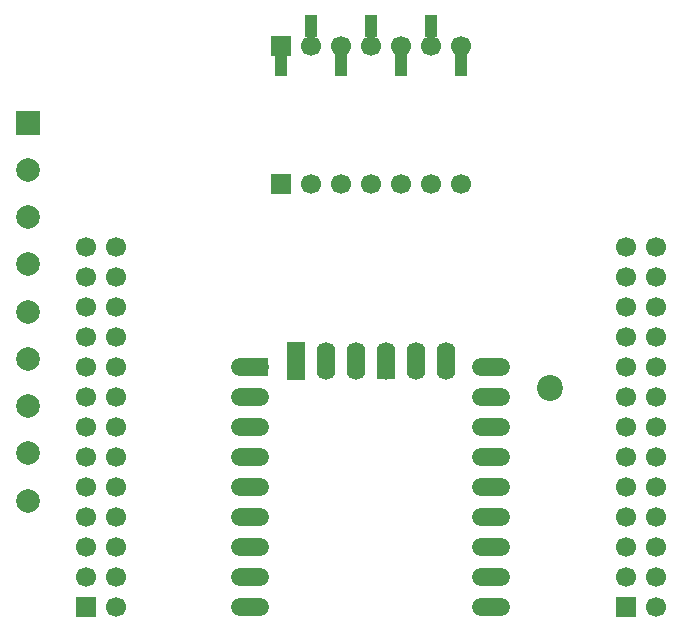
<source format=gbr>
%TF.GenerationSoftware,KiCad,Pcbnew,9.0.3*%
%TF.CreationDate,2025-07-27T20:55:45+02:00*%
%TF.ProjectId,Pololu Zumo 32U4 controller shield,506f6c6f-6c75-4205-9a75-6d6f20333255,rev?*%
%TF.SameCoordinates,Original*%
%TF.FileFunction,Soldermask,Top*%
%TF.FilePolarity,Negative*%
%FSLAX46Y46*%
G04 Gerber Fmt 4.6, Leading zero omitted, Abs format (unit mm)*
G04 Created by KiCad (PCBNEW 9.0.3) date 2025-07-27 20:55:45*
%MOMM*%
%LPD*%
G01*
G04 APERTURE LIST*
G04 Aperture macros list*
%AMRoundRect*
0 Rectangle with rounded corners*
0 $1 Rounding radius*
0 $2 $3 $4 $5 $6 $7 $8 $9 X,Y pos of 4 corners*
0 Add a 4 corners polygon primitive as box body*
4,1,4,$2,$3,$4,$5,$6,$7,$8,$9,$2,$3,0*
0 Add four circle primitives for the rounded corners*
1,1,$1+$1,$2,$3*
1,1,$1+$1,$4,$5*
1,1,$1+$1,$6,$7*
1,1,$1+$1,$8,$9*
0 Add four rect primitives between the rounded corners*
20,1,$1+$1,$2,$3,$4,$5,0*
20,1,$1+$1,$4,$5,$6,$7,0*
20,1,$1+$1,$6,$7,$8,$9,0*
20,1,$1+$1,$8,$9,$2,$3,0*%
G04 Aperture macros list end*
%ADD10R,1.700000X1.700000*%
%ADD11C,1.700000*%
%ADD12R,1.000000X1.900000*%
%ADD13C,2.200000*%
%ADD14RoundRect,0.800000X0.800000X0.000010X-0.800000X0.000010X-0.800000X-0.000010X0.800000X-0.000010X0*%
%ADD15C,1.600000*%
%ADD16RoundRect,0.800000X-0.000010X0.800000X-0.000010X-0.800000X0.000010X-0.800000X0.000010X0.800000X0*%
%ADD17R,1.600000X1.600000*%
%ADD18R,1.600000X3.200000*%
%ADD19R,2.000000X2.000000*%
%ADD20C,2.000000*%
G04 APERTURE END LIST*
D10*
%TO.C,J9*%
X171590000Y-125000000D03*
D11*
X174130000Y-125000000D03*
X171590000Y-122460000D03*
X174130000Y-122460000D03*
X171590000Y-119920000D03*
X174130000Y-119920000D03*
X171590000Y-117380000D03*
X174130000Y-117380000D03*
X171590000Y-114840000D03*
X174130000Y-114840000D03*
X171590000Y-112300000D03*
X174130000Y-112300000D03*
X171590000Y-109760000D03*
X174130000Y-109760000D03*
X171590000Y-107220000D03*
X174130000Y-107220000D03*
X171590000Y-104680000D03*
X174130000Y-104680000D03*
X171590000Y-102140000D03*
X174130000Y-102140000D03*
X171590000Y-99600000D03*
X174130000Y-99600000D03*
X171590000Y-97060000D03*
X174130000Y-97060000D03*
X171590000Y-94520000D03*
X174130000Y-94520000D03*
%TD*%
D10*
%TO.C,J8*%
X125910000Y-125000000D03*
D11*
X128450000Y-125000000D03*
X125910000Y-122460000D03*
X128450000Y-122460000D03*
X125910000Y-119920000D03*
X128450000Y-119920000D03*
X125910000Y-117380000D03*
X128450000Y-117380000D03*
X125910000Y-114840000D03*
X128450000Y-114840000D03*
X125910000Y-112300000D03*
X128450000Y-112300000D03*
X125910000Y-109760000D03*
X128450000Y-109760000D03*
X125910000Y-107220000D03*
X128450000Y-107220000D03*
X125910000Y-104680000D03*
X128450000Y-104680000D03*
X125910000Y-102140000D03*
X128450000Y-102140000D03*
X125910000Y-99600000D03*
X128450000Y-99600000D03*
X125910000Y-97060000D03*
X128450000Y-97060000D03*
X125910000Y-94520000D03*
X128450000Y-94520000D03*
%TD*%
D10*
%TO.C,J2*%
X142380000Y-77500000D03*
D11*
X144920000Y-77500000D03*
X147460000Y-77500000D03*
X150000000Y-77500000D03*
X152540000Y-77500000D03*
X155080000Y-77500000D03*
X157620000Y-77500000D03*
%TD*%
D12*
%TO.C,J3*%
X157620000Y-79150000D03*
X155080000Y-75850000D03*
X152540000Y-79150000D03*
X150000000Y-75850000D03*
X147460000Y-79150000D03*
X144920000Y-75850000D03*
X142380000Y-79150000D03*
%TD*%
D13*
%TO.C,H1*%
X165200000Y-106500000D03*
%TD*%
D10*
%TO.C,J1*%
X142380000Y-89170000D03*
D11*
X144920000Y-89170000D03*
X147460000Y-89170000D03*
X150000000Y-89170000D03*
X152540000Y-89170000D03*
X155080000Y-89170000D03*
X157620000Y-89170000D03*
%TD*%
D14*
%TO.C,A1*%
X139795000Y-107260000D03*
D15*
X140595000Y-107260000D03*
D16*
X151270000Y-104160000D03*
D17*
X151270000Y-104960000D03*
D15*
X159405000Y-104720000D03*
D14*
X160205000Y-104720000D03*
X139795000Y-122500000D03*
D15*
X140595000Y-122500000D03*
D14*
X139795000Y-119960000D03*
D15*
X140595000Y-119960000D03*
D14*
X139795000Y-117420000D03*
D15*
X140595000Y-117420000D03*
D14*
X139795000Y-114880000D03*
D15*
X140595000Y-114880000D03*
D14*
X139795000Y-112340000D03*
D15*
X140595000Y-112340000D03*
D14*
X139795000Y-109800000D03*
D15*
X140595000Y-109800000D03*
D16*
X148730000Y-104160000D03*
D15*
X148730000Y-104960000D03*
D16*
X153810000Y-104160000D03*
D15*
X153810000Y-104960000D03*
D16*
X156350000Y-104160000D03*
D15*
X156350000Y-104960000D03*
X159405000Y-107260000D03*
D14*
X160205000Y-107260000D03*
D15*
X159405000Y-109800000D03*
D14*
X160205000Y-109800000D03*
D15*
X159405000Y-112340000D03*
D14*
X160205000Y-112340000D03*
D15*
X159405000Y-114880000D03*
D14*
X160205000Y-114880000D03*
D15*
X159405000Y-117420000D03*
D14*
X160205000Y-117420000D03*
D15*
X159405000Y-119960000D03*
D14*
X160205000Y-119960000D03*
D15*
X159405000Y-122500000D03*
D14*
X160205000Y-122500000D03*
D15*
X159405000Y-125040000D03*
D14*
X160205000Y-125040000D03*
X139795000Y-104720000D03*
D17*
X140595000Y-104720000D03*
D14*
X139795000Y-125040000D03*
D15*
X140595000Y-125040000D03*
D16*
X146190000Y-104160000D03*
D15*
X146190000Y-104960000D03*
D18*
X143650000Y-104160000D03*
D15*
X143650000Y-104960000D03*
%TD*%
D19*
%TO.C,J7*%
X121000000Y-84000000D03*
D20*
X121000000Y-88000000D03*
X121000000Y-92000000D03*
X121000000Y-96000000D03*
X121000000Y-100000000D03*
X121000000Y-104000000D03*
X121000000Y-108000000D03*
X121000000Y-112000000D03*
X121000000Y-116000000D03*
%TD*%
M02*

</source>
